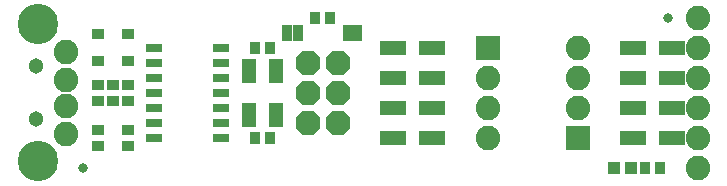
<source format=gbr>
G04 EAGLE Gerber RS-274X export*
G75*
%MOMM*%
%FSLAX34Y34*%
%LPD*%
%INSoldermask Top*%
%IPPOS*%
%AMOC8*
5,1,8,0,0,1.08239X$1,22.5*%
G01*
%ADD10R,1.103200X0.903200*%
%ADD11R,0.903200X1.103200*%
%ADD12R,1.033200X0.833200*%
%ADD13R,1.303200X2.103200*%
%ADD14P,2.254402X8X292.500000*%
%ADD15R,0.838200X1.473200*%
%ADD16R,2.082800X2.082800*%
%ADD17C,2.082800*%
%ADD18C,3.419200*%
%ADD19C,1.303200*%
%ADD20R,1.403200X0.803200*%
%ADD21R,2.203200X1.203200*%
%ADD22R,1.003200X1.003200*%
%ADD23C,0.838200*%


D10*
X88900Y82700D03*
X88900Y69700D03*
X101600Y82700D03*
X101600Y69700D03*
X76200Y82700D03*
X76200Y69700D03*
X76200Y44600D03*
X76200Y31600D03*
D11*
X260200Y139700D03*
X273200Y139700D03*
D12*
X101600Y102800D03*
X101600Y125800D03*
X76200Y102800D03*
X76200Y125800D03*
D10*
X101600Y44600D03*
X101600Y31600D03*
D13*
X227400Y57700D03*
X204400Y94700D03*
X204400Y57700D03*
X227400Y94700D03*
D11*
X209400Y114300D03*
X222400Y114300D03*
X209400Y38100D03*
X222400Y38100D03*
D14*
X254000Y101600D03*
X279400Y101600D03*
X254000Y76200D03*
X279400Y76200D03*
X254000Y50800D03*
X279400Y50800D03*
D15*
X287981Y127000D03*
X296219Y127000D03*
D16*
X406400Y114300D03*
D17*
X406400Y88900D03*
X406400Y63500D03*
X406400Y38100D03*
D16*
X482600Y38100D03*
D17*
X482600Y63500D03*
X482600Y88900D03*
X482600Y114300D03*
X49400Y111200D03*
X49400Y87470D03*
X49400Y64930D03*
X49400Y41200D03*
D18*
X25400Y18200D03*
X25400Y134200D03*
D19*
X24400Y98700D03*
X24400Y53700D03*
D20*
X180400Y38100D03*
X180400Y50800D03*
X180400Y63500D03*
X180400Y76200D03*
X180400Y88900D03*
X180400Y101600D03*
X180400Y114300D03*
X124400Y114300D03*
X124400Y101600D03*
X124400Y88900D03*
X124400Y76200D03*
X124400Y63500D03*
X124400Y50800D03*
X124400Y38100D03*
D15*
X236800Y127000D03*
X245800Y127000D03*
D21*
X326400Y63500D03*
X326400Y114300D03*
X359400Y38100D03*
X359400Y88900D03*
X359400Y114300D03*
X326400Y88900D03*
X359400Y63500D03*
X326400Y38100D03*
X562600Y88900D03*
X562600Y38100D03*
X529600Y114300D03*
X529600Y63500D03*
X529600Y38100D03*
X562600Y63500D03*
X529600Y88900D03*
X562600Y114300D03*
D11*
X539600Y12700D03*
X552600Y12700D03*
D22*
X513200Y12700D03*
X528200Y12700D03*
D23*
X63500Y12700D03*
X558800Y139700D03*
D17*
X584200Y139700D03*
X584200Y114300D03*
X584200Y88900D03*
X584200Y63500D03*
X584200Y38100D03*
X584200Y12700D03*
M02*

</source>
